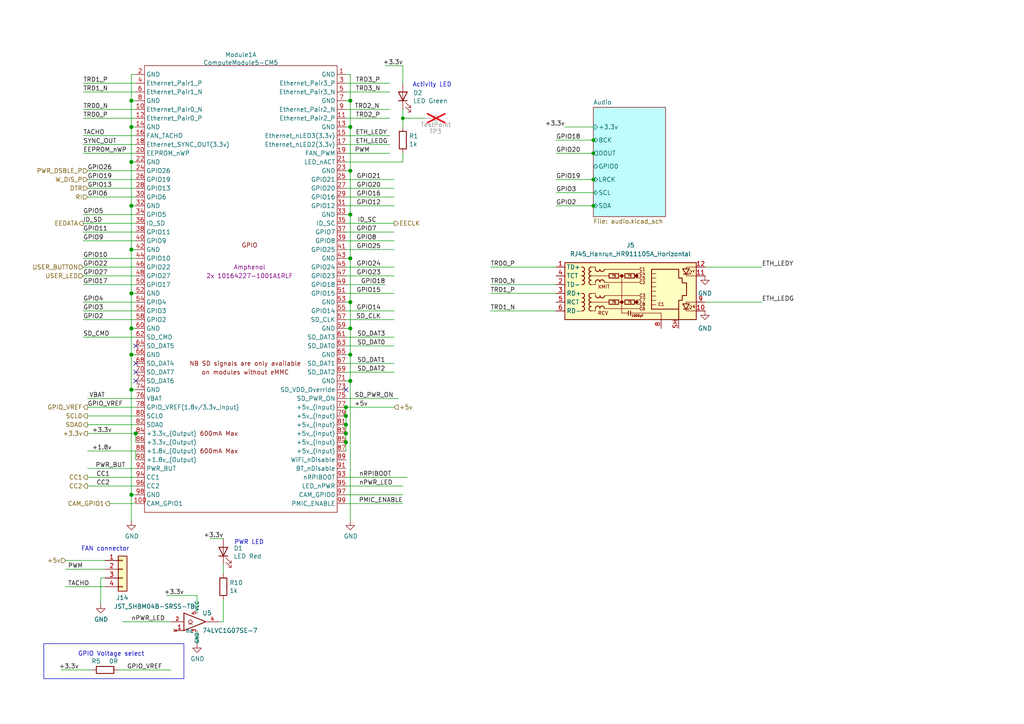
<source format=kicad_sch>
(kicad_sch (version 20250114) (generator "eeschema") (generator_version "9.0")
  (paper "A4")
  (title_block (title "Compute Module 5 IO Board") (rev "1") (company "E-SMART SOLUTIONS") (comment 1 "Mostafa Bakir"))
  (lib_symbols
    (symbol "CM5IO:74LVC1G07_copy"
      (property "Reference" "U" (at -2.54 3.81 0))
      (property "Value" "74LVC1G07_copy" (at 0 -3.81 0))
      (symbol "74LVC1G07_copy_1_1"
        (pin input line (at -7.62 0 0) (length 3.81) (name "~") (number "2"))
        (pin no_connect line (at -6.35 -2.54 0) (length 2.54) (name "nc") (number "1"))
        (pin power_in line (at 0 2.54 90) (length 0) (name "VCC") (number "5"))
        (pin power_in line (at 0 -2.54 270) (length 0) (name "GND") (number "3"))
        (pin open_collector line (at 6.35 0 180) (length 3.81) (name "~") (number "4"))
      )
    )
    (symbol "CM5IO:ComputeModule5-CM5"
      (property "Reference" "Module" (at 113.03 -68.58 0))
      (property "Value" "ComputeModule5-CM5" (at 140.97 2.54 0))
      (property "Field4" "Amphenol" (at 0 0 0))
      (property "Field5" "2x 10164227-1001A1RLF" (at 0 -2.54 0))
      (symbol "ComputeModule5-CM5_1_0"
        (text "GPIO" (at 0 6.35 0) (effects (font (size 1.27 1.27))))
      )
      (symbol "ComputeModule5-CM5_1_1"
        (text "600mA Max" (at -8.89 -48.26 0) (effects (font (size 1.27 1.27))))
        (text "600mA Max" (at -8.89 -53.34 0) (effects (font (size 1.27 1.27))))
        (text "NB SD signals are only available" (at -1.27 -27.94 0) (effects (font (size 1.27 1.27))))
        (text "on modules without eMMC" (at -1.27 -30.48 0) (effects (font (size 1.27 1.27))))
        (pin power_in line (at -33.02 55.88 0) (length 2.54) (name "GND") (number "2"))
        (pin passive line (at -33.02 53.34 0) (length 2.54) (name "Ethernet_Pair1_P") (number "4"))
        (pin passive line (at -33.02 50.8 0) (length 2.54) (name "Ethernet_Pair1_N") (number "6"))
        (pin power_in line (at -33.02 48.26 0) (length 2.54) (name "GND") (number "8"))
        (pin passive line (at -33.02 45.72 0) (length 2.54) (name "Ethernet_Pair0_N") (number "10"))
        (pin passive line (at -33.02 43.18 0) (length 2.54) (name "Ethernet_Pair0_P") (number "12"))
        (pin power_in line (at -33.02 40.64 0) (length 2.54) (name "GND") (number "14"))
        (pin input line (at -33.02 38.1 0) (length 2.54) (name "FAN_TACHO") (number "16"))
        (pin input line (at -33.02 35.56 0) (length 2.54) (name "Ethernet_SYNC_OUT(3.3v)") (number "18"))
        (pin passive line (at -33.02 33.02 0) (length 2.54) (name "EEPROM_nWP") (number "20"))
        (pin power_in line (at -33.02 30.48 0) (length 2.54) (name "GND") (number "22"))
        (pin passive line (at -33.02 27.94 0) (length 2.54) (name "GPIO26") (number "24"))
        (pin passive line (at -33.02 25.4 0) (length 2.54) (name "GPIO19") (number "26"))
        (pin passive line (at -33.02 22.86 0) (length 2.54) (name "GPIO13") (number "28"))
        (pin passive line (at -33.02 20.32 0) (length 2.54) (name "GPIO6") (number "30"))
        (pin power_in line (at -33.02 17.78 0) (length 2.54) (name "GND") (number "32"))
        (pin passive line (at -33.02 15.24 0) (length 2.54) (name "GPIO5") (number "34"))
        (pin passive line (at -33.02 12.7 0) (length 2.54) (name "ID_SD") (number "36"))
        (pin passive line (at -33.02 10.16 0) (length 2.54) (name "GPIO11") (number "38"))
        (pin passive line (at -33.02 7.62 0) (length 2.54) (name "GPIO9") (number "40"))
        (pin power_in line (at -33.02 5.08 0) (length 2.54) (name "GND") (number "42"))
        (pin passive line (at -33.02 2.54 0) (length 2.54) (name "GPIO10") (number "44"))
        (pin passive line (at -33.02 0 0) (length 2.54) (name "GPIO22") (number "46"))
        (pin passive line (at -33.02 -2.54 0) (length 2.54) (name "GPIO27") (number "48"))
        (pin passive line (at -33.02 -5.08 0) (length 2.54) (name "GPIO17") (number "50"))
        (pin power_in line (at -33.02 -7.62 0) (length 2.54) (name "GND") (number "52"))
        (pin passive line (at -33.02 -10.16 0) (length 2.54) (name "GPIO4") (number "54"))
        (pin passive line (at -33.02 -12.7 0) (length 2.54) (name "GPIO3") (number "56"))
        (pin passive line (at -33.02 -15.24 0) (length 2.54) (name "GPIO2") (number "58"))
        (pin power_in line (at -33.02 -17.78 0) (length 2.54) (name "GND") (number "60"))
        (pin passive line (at -33.02 -20.32 0) (length 2.54) (name "SD_CMD") (number "62"))
        (pin passive line (at -33.02 -22.86 0) (length 2.54) (name "SD_DAT5") (number "64"))
        (pin power_in line (at -33.02 -25.4 0) (length 2.54) (name "GND") (number "66"))
        (pin passive line (at -33.02 -27.94 0) (length 2.54) (name "SD_DAT4") (number "68"))
        (pin passive line (at -33.02 -30.48 0) (length 2.54) (name "SD_DAT7") (number "70"))
        (pin passive line (at -33.02 -33.02 0) (length 2.54) (name "SD_DAT6") (number "72"))
        (pin power_in line (at -33.02 -35.56 0) (length 2.54) (name "GND") (number "74"))
        (pin passive line (at -33.02 -38.1 0) (length 2.54) (name "VBAT") (number "76"))
        (pin power_in line (at -33.02 -40.64 0) (length 2.54) (name "GPIO_VREF(1.8v/3.3v_Input)") (number "78"))
        (pin passive line (at -33.02 -43.18 0) (length 2.54) (name "SCL0") (number "80"))
        (pin passive line (at -33.02 -45.72 0) (length 2.54) (name "SDA0") (number "82"))
        (pin power_out line (at -33.02 -48.26 0) (length 2.54) (name "+3.3v_(Output)") (number "84"))
        (pin passive line (at -33.02 -50.8 0) (length 2.54) (name "+3.3v_(Output)") (number "86"))
        (pin power_out line (at -33.02 -53.34 0) (length 2.54) (name "+1.8v_(Output)") (number "88"))
        (pin passive line (at -33.02 -55.88 0) (length 2.54) (name "+1.8v_(Output)") (number "90"))
        (pin passive line (at -33.02 -58.42 0) (length 2.54) (name "PWR_BUT") (number "92"))
        (pin passive line (at -33.02 -60.96 0) (length 2.54) (name "CC1") (number "94"))
        (pin passive line (at -33.02 -63.5 0) (length 2.54) (name "CC2") (number "96"))
        (pin power_in line (at -33.02 -66.04 0) (length 2.54) (name "GND") (number "98"))
        (pin passive line (at -33.02 -68.58 0) (length 2.54) (name "CAM_GPIO1") (number "100"))
        (pin power_in line (at 27.94 55.88 180) (length 2.54) (name "GND") (number "1"))
        (pin passive line (at 27.94 53.34 180) (length 2.54) (name "Ethernet_Pair3_P") (number "3"))
        (pin passive line (at 27.94 50.8 180) (length 2.54) (name "Ethernet_Pair3_N") (number "5"))
        (pin power_in line (at 27.94 48.26 180) (length 2.54) (name "GND") (number "7"))
        (pin passive line (at 27.94 45.72 180) (length 2.54) (name "Ethernet_Pair2_N") (number "9"))
        (pin passive line (at 27.94 43.18 180) (length 2.54) (name "Ethernet_Pair2_P") (number "11"))
        (pin power_in line (at 27.94 40.64 180) (length 2.54) (name "GND") (number "13"))
        (pin output line (at 27.94 38.1 180) (length 2.54) (name "Ethernet_nLED3(3.3v)") (number "15"))
        (pin output line (at 27.94 35.56 180) (length 2.54) (name "Ethernet_nLED2(3.3v)") (number "17"))
        (pin output line (at 27.94 33.02 180) (length 2.54) (name "FAN_PWM") (number "19"))
        (pin open_collector line (at 27.94 30.48 180) (length 2.54) (name "LED_nACT") (number "21"))
        (pin power_in line (at 27.94 27.94 180) (length 2.54) (name "GND") (number "23"))
        (pin passive line (at 27.94 25.4 180) (length 2.54) (name "GPIO21") (number "25"))
        (pin passive line (at 27.94 22.86 180) (length 2.54) (name "GPIO20") (number "27"))
        (pin passive line (at 27.94 20.32 180) (length 2.54) (name "GPIO16") (number "29"))
        (pin passive line (at 27.94 17.78 180) (length 2.54) (name "GPIO12") (number "31"))
        (pin power_in line (at 27.94 15.24 180) (length 2.54) (name "GND") (number "33"))
        (pin passive line (at 27.94 12.7 180) (length 2.54) (name "ID_SC") (number "35"))
        (pin passive line (at 27.94 10.16 180) (length 2.54) (name "GPIO7") (number "37"))
        (pin passive line (at 27.94 7.62 180) (length 2.54) (name "GPIO8") (number "39"))
        (pin passive line (at 27.94 5.08 180) (length 2.54) (name "GPIO25") (number "41"))
        (pin power_in line (at 27.94 2.54 180) (length 2.54) (name "GND") (number "43"))
        (pin passive line (at 27.94 0 180) (length 2.54) (name "GPIO24") (number "45"))
        (pin passive line (at 27.94 -2.54 180) (length 2.54) (name "GPIO23") (number "47"))
        (pin passive line (at 27.94 -5.08 180) (length 2.54) (name "GPIO18") (number "49"))
        (pin passive line (at 27.94 -7.62 180) (length 2.54) (name "GPIO15") (number "51"))
        (pin power_in line (at 27.94 -10.16 180) (length 2.54) (name "GND") (number "53"))
        (pin passive line (at 27.94 -12.7 180) (length 2.54) (name "GPIO14") (number "55"))
        (pin passive line (at 27.94 -15.24 180) (length 2.54) (name "SD_CLK") (number "57"))
        (pin power_in line (at 27.94 -17.78 180) (length 2.54) (name "GND") (number "59"))
        (pin passive line (at 27.94 -20.32 180) (length 2.54) (name "SD_DAT3") (number "61"))
        (pin passive line (at 27.94 -22.86 180) (length 2.54) (name "SD_DAT0") (number "63"))
        (pin power_in line (at 27.94 -25.4 180) (length 2.54) (name "GND") (number "65"))
        (pin passive line (at 27.94 -27.94 180) (length 2.54) (name "SD_DAT1") (number "67"))
        (pin passive line (at 27.94 -30.48 180) (length 2.54) (name "SD_DAT2") (number "69"))
        (pin power_in line (at 27.94 -33.02 180) (length 2.54) (name "GND") (number "71"))
        (pin input line (at 27.94 -35.56 180) (length 2.54) (name "SD_VDD_Override") (number "73"))
        (pin output line (at 27.94 -38.1 180) (length 2.54) (name "SD_PWR_ON") (number "75"))
        (pin power_in line (at 27.94 -40.64 180) (length 2.54) (name "+5v_(Input)") (number "77"))
        (pin power_in line (at 27.94 -43.18 180) (length 2.54) (name "+5v_(Input)") (number "79"))
        (pin power_in line (at 27.94 -45.72 180) (length 2.54) (name "+5v_(Input)") (number "81"))
        (pin power_in line (at 27.94 -48.26 180) (length 2.54) (name "+5v_(Input)") (number "83"))
        (pin power_in line (at 27.94 -50.8 180) (length 2.54) (name "+5v_(Input)") (number "85"))
        (pin power_in line (at 27.94 -53.34 180) (length 2.54) (name "+5v_(Input)") (number "87"))
        (pin input line (at 27.94 -55.88 180) (length 2.54) (name "WiFi_nDisable") (number "89"))
        (pin input line (at 27.94 -58.42 180) (length 2.54) (name "BT_nDisable") (number "91"))
        (pin input line (at 27.94 -60.96 180) (length 2.54) (name "nRPIBOOT") (number "93"))
        (pin output line (at 27.94 -63.5 180) (length 2.54) (name "LED_nPWR") (number "95"))
        (pin passive line (at 27.94 -66.04 180) (length 2.54) (name "CAM_GPIO0") (number "97"))
        (pin input line (at 27.94 -68.58 180) (length 2.54) (name "PMIC_ENABLE") (number "99"))
      )
      (symbol "ComputeModule5-CM5_2_1"
        (text "High Speed Serial" (at 140.97 0 0) (effects (font (size 1.27 1.27))))
        (pin input line (at 109.22 60.96 0) (length 5.08) (name "PCIe_nCLKREQ") (number "102"))
        (pin input line (at 109.22 58.42 0) (length 5.08) (name "PCIE_nWAKE") (number "104"))
        (pin output line (at 109.22 55.88 0) (length 5.08) (name "PCIE_PWR_EN") (number "106"))
        (pin power_in line (at 109.22 53.34 0) (length 5.08) (name "GND") (number "108"))
        (pin output line (at 109.22 50.8 0) (length 5.08) (name "PCIe_CLK_P") (number "110"))
        (pin output line (at 109.22 48.26 0) (length 5.08) (name "PCIe_CLK_N") (number "112"))
        (pin power_in line (at 109.22 45.72 0) (length 5.08) (name "GND") (number "114"))
        (pin input line (at 109.22 43.18 0) (length 5.08) (name "PCIe_RX_P") (number "116"))
        (pin input line (at 109.22 40.64 0) (length 5.08) (name "PCIe_RX_N") (number "118"))
        (pin power_in line (at 109.22 38.1 0) (length 5.08) (name "GND") (number "120"))
        (pin output line (at 109.22 35.56 0) (length 5.08) (name "PCIe_TX_P") (number "122"))
        (pin output line (at 109.22 33.02 0) (length 5.08) (name "PCIe_TX_N") (number "124"))
        (pin power_in line (at 109.22 30.48 0) (length 5.08) (name "GND") (number "126"))
        (pin input line (at 109.22 27.94 0) (length 5.08) (name "USB3-0-RX_N") (number "128"))
        (pin input line (at 109.22 25.4 0) (length 5.08) (name "USB3-0-RX_P") (number "130"))
        (pin power_in line (at 109.22 22.86 0) (length 5.08) (name "GND") (number "132"))
        (pin passive line (at 109.22 20.32 0) (length 5.08) (name "USB3-0-D_P") (number "134"))
        (pin passive line (at 109.22 17.78 0) (length 5.08) (name "USB3-0-D_N") (number "136"))
        (pin power_in line (at 109.22 15.24 0) (length 5.08) (name "GND") (number "138"))
        (pin output line (at 109.22 12.7 0) (length 5.08) (name "USB3-0-TX_N") (number "140"))
        (pin output line (at 109.22 10.16 0) (length 5.08) (name "USB3-0-TX_P") (number "142"))
        (pin power_in line (at 109.22 7.62 0) (length 5.08) (name "GND") (number "144"))
        (pin output line (at 109.22 5.08 0) (length 5.08) (name "HDMI1_TX2_P") (number "146"))
        (pin output line (at 109.22 2.54 0) (length 5.08) (name "HDMI1_TX2_N") (number "148"))
        (pin power_in line (at 109.22 0 0) (length 5.08) (name "GND") (number "150"))
        (pin output line (at 109.22 -2.54 0) (length 5.08) (name "HDMI1_TX1_P") (number "152"))
        (pin output line (at 109.22 -5.08 0) (length 5.08) (name "HDMI1_TX1_N") (number "154"))
        (pin power_in line (at 109.22 -7.62 0) (length 5.08) (name "GND") (number "156"))
        (pin output line (at 109.22 -10.16 0) (length 5.08) (name "HDMI1_TX0_P") (number "158"))
        (pin output line (at 109.22 -12.7 0) (length 5.08) (name "HDMI1_TX0_N") (number "160"))
        (pin power_in line (at 109.22 -15.24 0) (length 5.08) (name "GND") (number "162"))
        (pin output line (at 109.22 -17.78 0) (length 5.08) (name "HDMI1_CLK_P") (number "164"))
        (pin output line (at 109.22 -20.32 0) (length 5.08) (name "HDMI1_CLK_N") (number "166"))
        (pin power_in line (at 109.22 -22.86 0) (length 5.08) (name "GND") (number "168"))
        (pin output line (at 109.22 -25.4 0) (length 5.08) (name "HDMI0_TX2_P") (number "170"))
        (pin output line (at 109.22 -27.94 0) (length 5.08) (name "HDMI0_TX2_N") (number "172"))
        (pin power_in line (at 109.22 -30.48 0) (length 5.08) (name "GND") (number "174"))
        (pin output line (at 109.22 -33.02 0) (length 5.08) (name "HDMI0_TX1_P") (number "176"))
        (pin output line (at 109.22 -35.56 0) (length 5.08) (name "HDMI0_TX1_N") (number "178"))
        (pin power_in line (at 109.22 -38.1 0) (length 5.08) (name "GND") (number "180"))
        (pin output line (at 109.22 -40.64 0) (length 5.08) (name "HDMI0_TX0_P") (number "182"))
        (pin output line (at 109.22 -43.18 0) (length 5.08) (name "HDMI0_TX0_N") (number "184"))
        (pin power_in line (at 109.22 -45.72 0) (length 5.08) (name "GND") (number "186"))
        (pin output line (at 109.22 -48.26 0) (length 5.08) (name "HDMI0_CLK_P") (number "188"))
        (pin output line (at 109.22 -50.8 0) (length 5.08) (name "HDMI0_CLK_N") (number "190"))
        (pin power_in line (at 109.22 -53.34 0) (length 5.08) (name "GND") (number "192"))
        (pin output line (at 109.22 -55.88 0) (length 5.08) (name "MIPI1_D3_N") (number "194"))
        (pin output line (at 109.22 -58.42 0) (length 5.08) (name "MIPI1_D3_P") (number "196"))
        (pin power_in line (at 109.22 -60.96 0) (length 5.08) (name "GND") (number "198"))
        (pin open_collector line (at 109.22 -63.5 0) (length 5.08) (name "HDMI0_SCL") (number "200"))
        (pin input line (at 170.18 60.96 180) (length 5.08) (name "USB_OTG_ID") (number "101"))
        (pin passive line (at 170.18 58.42 180) (length 5.08) (name "USB2_N") (number "103"))
        (pin passive line (at 170.18 55.88 180) (length 5.08) (name "USB2_P") (number "105"))
        (pin power_in line (at 170.18 53.34 180) (length 5.08) (name "GND") (number "107"))
        (pin output line (at 170.18 50.8 180) (length 5.08) (name "PCIe_nRST") (number "109"))
        (pin output line (at 170.18 48.26 180) (length 5.08) (name "VBUS_EN") (number "111"))
        (pin power_in line (at 170.18 45.72 180) (length 5.08) (name "GND") (number "113"))
        (pin input line (at 170.18 43.18 180) (length 5.08) (name "MIPI0_D0_N") (number "115"))
        (pin input line (at 170.18 40.64 180) (length 5.08) (name "MIPI0_D0_P") (number "117"))
        (pin power_in line (at 170.18 38.1 180) (length 5.08) (name "GND") (number "119"))
        (pin input line (at 170.18 35.56 180) (length 5.08) (name "MIPI0_D1_N") (number "121"))
        (pin input line (at 170.18 33.02 180) (length 5.08) (name "MIPI0_D1_P") (number "123"))
        (pin power_in line (at 170.18 30.48 180) (length 5.08) (name "GND") (number "125"))
        (pin input line (at 170.18 27.94 180) (length 5.08) (name "MIPI0_C_N") (number "127"))
        (pin input line (at 170.18 25.4 180) (length 5.08) (name "MIPI0_C_P") (number "129"))
        (pin power_in line (at 170.18 22.86 180) (length 5.08) (name "GND") (number "131"))
        (pin input line (at 170.18 20.32 180) (length 5.08) (name "MIPI0_D2_N") (number "133"))
        (pin input line (at 170.18 17.78 180) (length 5.08) (name "MIPI0_D2_P") (number "135"))
        (pin power_in line (at 170.18 15.24 180) (length 5.08) (name "GND") (number "137"))
        (pin input line (at 170.18 12.7 180) (length 5.08) (name "MIPI0_D3_N") (number "139"))
        (pin input line (at 170.18 10.16 180) (length 5.08) (name "MIPI0_D3_P") (number "141"))
        (pin input line (at 170.18 7.62 180) (length 5.08) (name "HDMI1_HOTPLUG") (number "143"))
        (pin bidirectional line (at 170.18 5.08 180) (length 5.08) (name "HDMI1_SDA") (number "145"))
        (pin open_collector line (at 170.18 2.54 180) (length 5.08) (name "HDMI1_SCL") (number "147"))
        (pin open_collector line (at 170.18 0 180) (length 5.08) (name "HDMI1_CEC") (number "149"))
        (pin open_collector line (at 170.18 -2.54 180) (length 5.08) (name "HDMI0_CEC") (number "151"))
        (pin input line (at 170.18 -5.08 180) (length 5.08) (name "HDMI0_HOTPLUG") (number "153"))
        (pin power_in line (at 170.18 -7.62 180) (length 5.08) (name "GND") (number "155"))
        (pin input line (at 170.18 -10.16 180) (length 5.08) (name "USB3-1-RX_N") (number "157"))
        (pin input line (at 170.18 -12.7 180) (length 5.08) (name "USB3-1-RX_P") (number "159"))
        (pin power_in line (at 170.18 -15.24 180) (length 5.08) (name "GND") (number "161"))
        (pin passive line (at 170.18 -17.78 180) (length 5.08) (name "USB3-1-D_P") (number "163"))
        (pin passive line (at 170.18 -20.32 180) (length 5.08) (name "USB3-1-D_N") (number "165"))
        (pin power_in line (at 170.18 -22.86 180) (length 5.08) (name "GND") (number "167"))
        (pin output line (at 170.18 -25.4 180) (length 5.08) (name "USB3-1-TX_N") (number "169"))
        (pin output line (at 170.18 -27.94 180) (length 5.08) (name "USB3-1-TX_P") (number "171"))
        (pin power_in line (at 170.18 -30.48 180) (length 5.08) (name "GND") (number "173"))
        (pin output line (at 170.18 -33.02 180) (length 5.08) (name "MIPI1_D0_N") (number "175"))
        (pin output line (at 170.18 -35.56 180) (length 5.08) (name "MIPI1_D0_P") (number "177"))
        (pin power_in line (at 170.18 -38.1 180) (length 5.08) (name "GND") (number "179"))
        (pin output line (at 170.18 -40.64 180) (length 5.08) (name "MIPI1_D1_N") (number "181"))
        (pin output line (at 170.18 -43.18 180) (length 5.08) (name "MIPI1_D1_P") (number "183"))
        (pin power_in line (at 170.18 -45.72 180) (length 5.08) (name "GND") (number "185"))
        (pin output line (at 170.18 -48.26 180) (length 5.08) (name "MIPI1_C_N") (number "187"))
        (pin output line (at 170.18 -50.8 180) (length 5.08) (name "MIPI1_C_P") (number "189"))
        (pin power_in line (at 170.18 -53.34 180) (length 5.08) (name "GND") (number "191"))
        (pin output line (at 170.18 -55.88 180) (length 5.08) (name "MIPI1_D2_N") (number "193"))
        (pin output line (at 170.18 -58.42 180) (length 5.08) (name "MIPI1_D2_P") (number "195"))
        (pin power_in line (at 170.18 -60.96 180) (length 5.08) (name "GND") (number "197"))
        (pin bidirectional line (at 170.18 -63.5 180) (length 5.08) (name "HDMI0_SDA") (number "199"))
      )
    )
    (symbol "Connector:RJ45_Hanrun_HR911105A_Horizontal"
      (property "Reference" "J" (at 18.415 10.16 0))
      (property "Value" "RJ45_Hanrun_HR911105A_Horizontal" (at -19.05 10.16 0))
      (symbol "RJ45_Hanrun_HR911105A_Horizontal_0_0"
        (text "XMIT" (at -8.255 1.905 0) (effects (font (size 1.016 1.016)) (justify left)))
        (text "RCV" (at -8.255 -5.715 0) (effects (font (size 1.016 1.016)) (justify left)))
        (text "C1" (at 4.699 6.985 0) (effects (font (size 0.889 0.889))))
        (text "C4" (at 4.699 5.715 0) (effects (font (size 0.889 0.889))))
        (text "C5" (at 4.699 4.445 0) (effects (font (size 0.889 0.889))))
        (text "C2" (at 4.699 3.175 0) (effects (font (size 0.889 0.889))))
        (text "C3" (at 4.699 -0.635 0) (effects (font (size 0.889 0.889))))
        (text "C7" (at 4.699 -1.905 0) (effects (font (size 0.889 0.889))))
        (text "C8" (at 4.699 -3.175 0) (effects (font (size 0.889 0.889))))
        (text "C6" (at 4.699 -4.445 0) (effects (font (size 0.889 0.889))))
        (text "C1" (at 10.16 -3.175 0) (effects (font (size 0.889 0.889))))
      )
      (symbol "RJ45_Hanrun_HR911105A_Horizontal_1_0"
        (text "1000pF" (at 3.302 -6.477 0) (effects (font (size 0.635 0.635))))
      )
      (symbol "RJ45_Hanrun_HR911105A_Horizontal_1_1"
        (text "75" (at -3.556 5.08 0) (effects (font (size 0.635 0.635))))
        (text "75" (at -3.556 -2.54 0) (effects (font (size 0.635 0.635))))
        (text "75" (at 1.016 5.08 0) (effects (font (size 0.635 0.635))))
        (text "75" (at 1.016 -2.54 0) (effects (font (size 0.635 0.635))))
        (text "Y" (at 19.558 6.35 0) (effects (font (size 0.635 0.635))))
        (text "G" (at 19.685 -3.81 0) (effects (font (size 0.635 0.635))))
        (pin passive line (at -20.32 7.62 0) (length 2.54) (name "TD+") (number "1"))
        (pin passive line (at -20.32 5.08 0) (length 2.54) (name "TCT") (number "4"))
        (pin passive line (at -20.32 2.54 0) (length 2.54) (name "TD-") (number "2"))
        (pin passive line (at -20.32 0 0) (length 2.54) (name "RD+") (number "3"))
        (pin passive line (at -20.32 -2.54 0) (length 2.54) (name "RCT") (number "5"))
        (pin passive line (at -20.32 -5.08 0) (length 2.54) (name "RD-") (number "6"))
        (pin power_in line (at 10.16 -10.16 90) (length 2.54) (name "") (number "8"))
        (pin passive line (at 15.24 -10.16 90) (length 2.54) (name "") (number "SH"))
        (pin no_connect line (at 20.32 0 0) (length 0) (hide yes) (name "NC") (number "7"))
        (pin passive line (at 22.86 7.62 180) (length 2.54) (name "") (number "12"))
        (pin passive line (at 22.86 5.08 180) (length 2.54) (name "") (number "11"))
        (pin passive line (at 22.86 -2.54 180) (length 2.54) (name "") (number "9"))
        (pin passive line (at 22.86 -5.08 180) (length 2.54) (name "") (number "10"))
      )
    )
    (symbol "Connector:TestPoint" (pin_numbers (hide yes)) (pin_names (offset 0.762) (hide yes))
      (property "Reference" "TP" (at 0 6.858 0))
      (property "Value" "TestPoint" (at 0 5.08 0))
      (symbol "TestPoint_1_1"
        (pin passive line (at 0 0 90) (length 2.54) (name "1") (number "1"))
      )
    )
    (symbol "Connector_Generic:Conn_01x04" (pin_names (offset 1.016) (hide yes))
      (property "Reference" "J" (at 0 5.08 0))
      (property "Value" "Conn_01x04" (at 0 -7.62 0))
      (symbol "Conn_01x04_1_1"
        (pin passive line (at -5.08 2.54 0) (length 3.81) (name "Pin_1") (number "1"))
        (pin passive line (at -5.08 0 0) (length 3.81) (name "Pin_2") (number "2"))
        (pin passive line (at -5.08 -2.54 0) (length 3.81) (name "Pin_3") (number "3"))
        (pin passive line (at -5.08 -5.08 0) (length 3.81) (name "Pin_4") (number "4"))
      )
    )
    (symbol "Device:LED" (pin_numbers (hide yes)) (pin_names (offset 1.016) (hide yes))
      (property "Reference" "D" (at 0 2.54 0))
      (property "Value" "LED" (at 0 -2.54 0))
      (symbol "LED_1_1"
        (pin passive line (at -3.81 0 0) (length 2.54) (name "K") (number "1"))
        (pin passive line (at 3.81 0 180) (length 2.54) (name "A") (number "2"))
      )
    )
    (symbol "Device:R" (pin_numbers (hide yes)) (pin_names (offset 0))
      (property "Reference" "R" (at 2.032 0 90))
      (property "Value" "R" (at 0 0 90))
      (symbol "R_1_1"
        (pin passive line (at 0 3.81 270) (length 1.27) (name "~") (number "1"))
        (pin passive line (at 0 -3.81 90) (length 1.27) (name "~") (number "2"))
      )
    )
    (symbol "LED_1" (pin_numbers (hide yes)) (pin_names (offset 1.016) (hide yes))
      (property "Reference" "D" (at 0 2.54 0))
      (property "Value" "LED" (at 0 -2.54 0))
      (symbol "LED_1_1_1"
        (pin passive line (at -3.81 0 0) (length 2.54) (name "K") (number "1"))
        (pin passive line (at 3.81 0 180) (length 2.54) (name "A") (number "2"))
      )
    )
    (symbol "power:GND" (power) (pin_numbers (hide yes)) (pin_names (offset 0) (hide yes))
      (property "Value" "GND" (at 0 -3.81 0))
      (symbol "GND_1_1"
        (pin power_in line (at 0 0 270) (length 0) (name "~") (number "1"))
      )
    )
  )
  (text "Activity LED" (at 119.634 25.4 0) (effects (font (size 1.27 1.27)) (justify left bottom)))
  (text "FAN connector\n" (at 23.495 160.02 0) (effects (font (size 1.27 1.27)) (justify left bottom)))
  (text "GPIO Voltage select\n" (at 41.91 190.5 0) (effects (font (size 1.27 1.27)) (justify right bottom)))
  (text "PWR LED" (at 67.945 158.115 0) (effects (font (size 1.27 1.27)) (justify left bottom)))
  (junction (at 101.6 36.83) (diameter 1.016))
  (junction (at 101.6 29.21) (diameter 1.016))
  (junction (at 101.6 102.87) (diameter 1.016))
  (junction (at 38.1 113.03) (diameter 1.016))
  (junction (at 172.085 40.64))
  (junction (at 38.1 46.99) (diameter 1.016))
  (junction (at 100.33 125.73) (diameter 1.016))
  (junction (at 38.1 72.39) (diameter 1.016))
  (junction (at 100.33 123.19) (diameter 1.016))
  (junction (at 38.1 143.51) (diameter 1.016))
  (junction (at 38.1 59.69) (diameter 1.016))
  (junction (at 101.6 62.23) (diameter 1.016))
  (junction (at 38.1 95.25) (diameter 1.016))
  (junction (at 100.33 118.11) (diameter 1.016))
  (junction (at 101.6 95.25) (diameter 1.016))
  (junction (at 101.6 87.63) (diameter 1.016))
  (junction (at 38.1 85.09) (diameter 1.016))
  (junction (at 100.33 120.65) (diameter 1.016))
  (junction (at 172.085 52.07))
  (junction (at 38.1 36.83) (diameter 1.016))
  (junction (at 39.37 125.73) (diameter 1.016))
  (junction (at 38.1 102.87) (diameter 1.016))
  (junction (at 38.1 29.21) (diameter 1.016))
  (junction (at 100.33 128.27) (diameter 1.016))
  (junction (at 116.84 34.29))
  (junction (at 172.085 44.45))
  (junction (at 101.6 110.49) (diameter 1.016))
  (junction (at 101.6 49.53) (diameter 1.016))
  (junction (at 172.085 59.69))
  (junction (at 101.6 74.93) (diameter 1.016))
  (no_connect (at 39.37 107.95))
  (no_connect (at 100.33 113.03))
  (no_connect (at 39.37 100.33))
  (no_connect (at 39.37 105.41))
  (no_connect (at 39.37 110.49))
  (wire (pts (xy 101.6 110.49) (xy 101.6 151.13)))
  (wire (pts (xy 172.085 44.45) (xy 161.29 44.45)))
  (wire (pts (xy 100.33 102.87) (xy 101.6 102.87)))
  (wire (pts (xy 24.13 90.17) (xy 39.37 90.17)))
  (wire (pts (xy 39.37 133.35) (xy 39.37 130.81)))
  (wire (pts (xy 24.13 44.45) (xy 39.37 44.45)))
  (wire (pts (xy 100.33 95.25) (xy 101.6 95.25)))
  (wire (pts (xy 101.6 102.87) (xy 101.6 110.49)))
  (wire (pts (xy 100.33 100.33) (xy 114.3 100.33)))
  (wire (pts (xy 39.37 128.27) (xy 39.37 125.73)))
  (wire (pts (xy 100.33 118.11) (xy 114.3 118.11)))
  (wire (pts (xy 101.6 36.83) (xy 101.6 49.53)))
  (polyline (pts (xy 53.34 186.69) (xy 53.34 196.85)) (stroke (width 0) (type solid)))
  (wire (pts (xy 24.13 92.71) (xy 39.37 92.71)))
  (wire (pts (xy 116.84 36.83) (xy 116.84 34.29)))
  (wire (pts (xy 24.13 31.75) (xy 39.37 31.75)))
  (wire (pts (xy 24.13 77.47) (xy 39.37 77.47)))
  (wire (pts (xy 100.33 29.21) (xy 101.6 29.21)))
  (wire (pts (xy 100.33 90.17) (xy 114.3 90.17)))
  (wire (pts (xy 161.29 52.07) (xy 172.085 52.07)))
  (wire (pts (xy 24.13 82.55) (xy 39.37 82.55)))
  (wire (pts (xy 172.085 40.64) (xy 161.29 40.64)))
  (wire (pts (xy 24.13 80.01) (xy 39.37 80.01)))
  (wire (pts (xy 100.33 34.29) (xy 113.03 34.29)))
  (wire (pts (xy 39.37 36.83) (xy 38.1 36.83)))
  (wire (pts (xy 100.33 44.45) (xy 113.03 44.45)))
  (wire (pts (xy 100.33 31.75) (xy 113.03 31.75)))
  (wire (pts (xy 24.13 67.31) (xy 39.37 67.31)))
  (wire (pts (xy 100.33 87.63) (xy 101.6 87.63)))
  (wire (pts (xy 24.13 39.37) (xy 39.37 39.37)))
  (wire (pts (xy 39.37 21.59) (xy 38.1 21.59)))
  (wire (pts (xy 101.6 21.59) (xy 101.6 29.21)))
  (wire (pts (xy 101.6 29.21) (xy 101.6 36.83)))
  (wire (pts (xy 38.1 143.51) (xy 38.1 151.13)))
  (wire (pts (xy 29.21 167.64) (xy 29.21 175.26)))
  (wire (pts (xy 57.15 182.88) (xy 57.15 186.69)))
  (wire (pts (xy 100.33 57.15) (xy 114.3 57.15)))
  (wire (pts (xy 161.29 55.88) (xy 172.72 55.88)))
  (wire (pts (xy 57.15 177.8) (xy 57.15 172.72)))
  (wire (pts (xy 100.33 143.51) (xy 116.84 143.51)))
  (wire (pts (xy 100.33 107.95) (xy 114.3 107.95)))
  (wire (pts (xy 100.33 80.01) (xy 114.3 80.01)))
  (wire (pts (xy 25.4 138.43) (xy 39.37 138.43)))
  (wire (pts (xy 101.6 95.25) (xy 101.6 102.87)))
  (wire (pts (xy 38.1 72.39) (xy 38.1 85.09)))
  (wire (pts (xy 101.6 49.53) (xy 101.6 62.23)))
  (wire (pts (xy 24.13 74.93) (xy 39.37 74.93)))
  (wire (pts (xy 100.33 140.97) (xy 116.84 140.97)))
  (wire (pts (xy 39.37 29.21) (xy 38.1 29.21)))
  (wire (pts (xy 25.4 140.97) (xy 39.37 140.97)))
  (wire (pts (xy 25.4 135.89) (xy 39.37 135.89)))
  (wire (pts (xy 100.33 128.27) (xy 100.33 130.81)))
  (wire (pts (xy 142.24 85.09) (xy 161.29 85.09)))
  (wire (pts (xy 163.83 36.83) (xy 172.72 36.83)))
  (wire (pts (xy 100.33 41.91) (xy 113.03 41.91)))
  (wire (pts (xy 100.33 115.57) (xy 115.57 115.57)))
  (wire (pts (xy 114.3 97.79) (xy 100.33 97.79)))
  (wire (pts (xy 24.13 26.67) (xy 39.37 26.67)))
  (wire (pts (xy 142.24 77.47) (xy 161.29 77.47)))
  (wire (pts (xy 25.4 49.53) (xy 39.37 49.53)))
  (wire (pts (xy 100.33 120.65) (xy 100.33 123.19)))
  (wire (pts (xy 100.33 74.93) (xy 101.6 74.93)))
  (wire (pts (xy 100.33 39.37) (xy 113.03 39.37)))
  (wire (pts (xy 204.47 77.47) (xy 220.98 77.47)))
  (polyline (pts (xy 13.97 186.69) (xy 53.34 186.69)) (stroke (width 0) (type solid)))
  (wire (pts (xy 161.29 90.17) (xy 142.24 90.17)))
  (wire (pts (xy 172.72 44.45) (xy 172.085 44.45)))
  (wire (pts (xy 100.33 138.43) (xy 118.11 138.43)))
  (wire (pts (xy 38.1 95.25) (xy 39.37 95.25)))
  (wire (pts (xy 38.1 102.87) (xy 38.1 113.03)))
  (wire (pts (xy 38.1 85.09) (xy 38.1 95.25)))
  (wire (pts (xy 31.75 146.05) (xy 39.37 146.05)))
  (wire (pts (xy 116.84 19.05) (xy 116.84 24.13)))
  (wire (pts (xy 116.84 34.29) (xy 116.84 31.75)))
  (wire (pts (xy 38.1 59.69) (xy 38.1 72.39)))
  (wire (pts (xy 38.1 113.03) (xy 39.37 113.03)))
  (wire (pts (xy 38.1 72.39) (xy 39.37 72.39)))
  (wire (pts (xy 25.4 54.61) (xy 39.37 54.61)))
  (wire (pts (xy 100.33 52.07) (xy 114.3 52.07)))
  (wire (pts (xy 25.4 130.81) (xy 39.37 130.81)))
  (wire (pts (xy 24.13 97.79) (xy 39.37 97.79)))
  (wire (pts (xy 24.13 24.13) (xy 39.37 24.13)))
  (wire (pts (xy 100.33 62.23) (xy 101.6 62.23)))
  (wire (pts (xy 100.33 24.13) (xy 113.03 24.13)))
  (wire (pts (xy 100.33 36.83) (xy 101.6 36.83)))
  (wire (pts (xy 38.1 95.25) (xy 38.1 102.87)))
  (wire (pts (xy 64.77 173.99) (xy 64.77 180.34)))
  (wire (pts (xy 39.37 143.51) (xy 38.1 143.51)))
  (wire (pts (xy 25.4 57.15) (xy 39.37 57.15)))
  (wire (pts (xy 25.4 123.19) (xy 39.37 123.19)))
  (wire (pts (xy 38.1 113.03) (xy 38.1 143.51)))
  (wire (pts (xy 57.15 172.72) (xy 48.26 172.72)))
  (wire (pts (xy 100.33 146.05) (xy 116.84 146.05)))
  (wire (pts (xy 100.33 64.77) (xy 114.3 64.77)))
  (wire (pts (xy 101.6 87.63) (xy 101.6 95.25)))
  (wire (pts (xy 30.48 167.64) (xy 29.21 167.64)))
  (wire (pts (xy 100.33 54.61) (xy 114.3 54.61)))
  (wire (pts (xy 116.84 46.99) (xy 116.84 44.45)))
  (wire (pts (xy 100.33 69.85) (xy 114.3 69.85)))
  (wire (pts (xy 114.3 105.41) (xy 100.33 105.41)))
  (wire (pts (xy 25.4 118.11) (xy 39.37 118.11)))
  (wire (pts (xy 172.085 59.69) (xy 172.72 59.69)))
  (wire (pts (xy 100.33 85.09) (xy 114.3 85.09)))
  (wire (pts (xy 19.05 165.1) (xy 30.48 165.1)))
  (wire (pts (xy 17.78 194.31) (xy 26.67 194.31)))
  (wire (pts (xy 24.13 34.29) (xy 39.37 34.29)))
  (wire (pts (xy 25.4 115.57) (xy 39.37 115.57)))
  (wire (pts (xy 25.4 125.73) (xy 39.37 125.73)))
  (wire (pts (xy 100.33 59.69) (xy 114.3 59.69)))
  (wire (pts (xy 19.05 170.18) (xy 30.48 170.18)))
  (wire (pts (xy 114.3 92.71) (xy 100.33 92.71)))
  (wire (pts (xy 100.33 67.31) (xy 114.3 67.31)))
  (wire (pts (xy 172.72 40.64) (xy 172.085 40.64)))
  (wire (pts (xy 24.13 64.77) (xy 39.37 64.77)))
  (wire (pts (xy 64.77 180.34) (xy 63.5 180.34)))
  (wire (pts (xy 25.4 120.65) (xy 39.37 120.65)))
  (wire (pts (xy 38.1 36.83) (xy 38.1 46.99)))
  (wire (pts (xy 100.33 46.99) (xy 116.84 46.99)))
  (polyline (pts (xy 12.7 196.85) (xy 12.7 186.69)) (stroke (width 0) (type solid)))
  (wire (pts (xy 34.29 194.31) (xy 49.53 194.31)))
  (wire (pts (xy 64.77 156.21) (xy 60.96 156.21)))
  (wire (pts (xy 142.24 82.55) (xy 161.29 82.55)))
  (wire (pts (xy 100.33 72.39) (xy 114.3 72.39)))
  (wire (pts (xy 38.1 29.21) (xy 38.1 36.83)))
  (wire (pts (xy 100.33 21.59) (xy 101.6 21.59)))
  (wire (pts (xy 100.33 110.49) (xy 101.6 110.49)))
  (wire (pts (xy 35.56 180.34) (xy 49.53 180.34)))
  (wire (pts (xy 24.13 69.85) (xy 39.37 69.85)))
  (wire (pts (xy 24.13 87.63) (xy 39.37 87.63)))
  (wire (pts (xy 100.33 118.11) (xy 100.33 120.65)))
  (wire (pts (xy 111.76 19.05) (xy 116.84 19.05)))
  (wire (pts (xy 100.33 49.53) (xy 101.6 49.53)))
  (wire (pts (xy 100.33 26.67) (xy 113.03 26.67)))
  (wire (pts (xy 24.13 62.23) (xy 39.37 62.23)))
  (wire (pts (xy 24.13 41.91) (xy 39.37 41.91)))
  (wire (pts (xy 101.6 74.93) (xy 101.6 87.63)))
  (polyline (pts (xy 13.97 186.69) (xy 12.7 186.69)) (stroke (width 0) (type solid)))
  (wire (pts (xy 100.33 123.19) (xy 100.33 125.73)))
  (wire (pts (xy 25.4 52.07) (xy 39.37 52.07)))
  (wire (pts (xy 38.1 46.99) (xy 39.37 46.99)))
  (wire (pts (xy 172.085 52.07) (xy 172.72 52.07)))
  (wire (pts (xy 38.1 21.59) (xy 38.1 29.21)))
  (wire (pts (xy 19.05 162.56) (xy 30.48 162.56)))
  (wire (pts (xy 38.1 85.09) (xy 39.37 85.09)))
  (wire (pts (xy 100.33 125.73) (xy 100.33 128.27)))
  (wire (pts (xy 100.33 77.47) (xy 114.3 77.47)))
  (wire (pts (xy 38.1 102.87) (xy 39.37 102.87)))
  (wire (pts (xy 38.1 59.69) (xy 39.37 59.69)))
  (polyline (pts (xy 53.34 196.85) (xy 13.97 196.85)) (stroke (width 0) (type solid)))
  (wire (pts (xy 64.77 163.83) (xy 64.77 166.37)))
  (wire (pts (xy 100.33 82.55) (xy 111.76 82.55)))
  (wire (pts (xy 116.84 34.29) (xy 123.19 34.29)))
  (wire (pts (xy 101.6 62.23) (xy 101.6 74.93)))
  (wire (pts (xy 38.1 46.99) (xy 38.1 59.69)))
  (wire (pts (xy 204.47 87.63) (xy 220.98 87.63)))
  (polyline (pts (xy 12.7 196.85) (xy 13.97 196.85)) (stroke (width 0) (type solid)))
  (wire (pts (xy 161.29 59.69) (xy 172.085 59.69)))
  (label "SD_DAT2" (at 111.76 107.95 180))
  (label "TRD0_N" (at 142.24 82.55 0))
  (label "GPIO5" (at 24.13 62.23 0))
  (label "TRD3_N" (at 103.124 26.67 0))
  (label "GPIO2" (at 24.13 92.71 0))
  (label "GPIO9" (at 24.13 69.85 0))
  (label "ETH_LEDG" (at 103.124 41.91 0))
  (label "SD_DAT1" (at 111.76 105.41 180))
  (label "GPIO10" (at 24.13 74.93 0))
  (label "TRD3_P" (at 103.124 24.13 0))
  (label "GPIO6" (at 25.4 57.15 0))
  (label "GPIO20" (at 110.49 54.61 180))
  (label "GPIO25" (at 110.49 72.39 180))
  (label "SD_DAT0" (at 111.76 100.33 180))
  (label "GPIO15" (at 110.49 85.09 180))
  (label "GPIO13" (at 25.4 54.61 0))
  (label "GPIO7" (at 109.22 67.31 180))
  (label "GPIO14" (at 110.49 90.17 180))
  (label "ETH_LEDY" (at 103.124 39.37 0))
  (label "SD_PWR_ON" (at 102.87 115.57 0))
  (label "PWM" (at 102.87 44.45 0))
  (label "GPIO4" (at 24.13 87.63 0))
  (label "GPIO2" (at 161.29 59.69 0))
  (label "TRD1_P" (at 24.13 24.13 0))
  (label "CC1" (at 27.94 138.43 0))
  (label "+3.3v" (at 116.84 19.05 180))
  (label "SD_DAT3" (at 111.76 97.79 180))
  (label "GPIO27" (at 24.13 80.01 0))
  (label "EEPROM_nWP" (at 24.13 44.45 0))
  (label "GPIO_VREF" (at 25.4 118.11 0))
  (label "GPIO21" (at 110.49 52.07 180))
  (label "GPIO23" (at 110.49 80.01 180))
  (label "TRD0_N" (at 24.13 31.75 0))
  (label "GPIO3" (at 161.29 55.88 0))
  (label "+1.8v" (at 26.67 130.81 0))
  (label "TRD0_P" (at 142.24 77.47 0))
  (label "ETH_LEDG" (at 220.98 87.63 0))
  (label "SD_CLK" (at 110.49 92.71 180))
  (label "GPIO16" (at 110.49 57.15 180))
  (label "GPIO12" (at 110.49 59.69 180))
  (label "+3.3v" (at 26.67 125.73 0))
  (label "PWM" (at 19.685 165.1 0))
  (label "GPIO8" (at 109.22 69.85 180))
  (label "GPIO17" (at 24.13 82.55 0))
  (label "SYNC_OUT" (at 24.13 41.91 0))
  (label "nPWR_LED" (at 38.1 180.34 0))
  (label "TRD1_P" (at 142.24 85.09 0))
  (label "TRD2_N" (at 102.87 31.75 0))
  (label "GPIO18" (at 161.29 40.64 0))
  (label "nPWR_LED" (at 104.14 140.97 0))
  (label "TRD0_P" (at 24.13 34.29 0))
  (label "+3.3v" (at 22.86 194.31 180))
  (label "+3.3v" (at 163.83 36.83 180))
  (label "GPIO26" (at 25.4 49.53 0))
  (label "TACHO" (at 19.685 170.18 0))
  (label "GPIO19" (at 161.29 52.07 0))
  (label "PWR_BUT" (at 27.686 135.89 0))
  (label "+3.3v" (at 53.34 172.72 180))
  (label "nRPIBOOT" (at 104.14 138.43 0))
  (label "GPIO11" (at 24.13 67.31 0))
  (label "ID_SD" (at 24.13 64.77 0))
  (label "TRD1_N" (at 24.13 26.67 0))
  (label "GPIO24" (at 110.49 77.47 180))
  (label "ETH_LEDY" (at 220.98 77.47 0))
  (label "GPIO20" (at 161.29 44.45 0))
  (label "VBAT" (at 30.48 115.57 180))
  (label "ID_SC" (at 109.22 64.77 180))
  (label "CC2" (at 27.94 140.97 0))
  (label "TACHO" (at 24.13 39.37 0))
  (label "+5v" (at 106.68 118.11 180))
  (label "SD_CMD" (at 24.13 97.79 0))
  (label "PMIC_ENABLE" (at 116.84 146.05 180))
  (label "+3.3v" (at 64.77 156.21 180))
  (label "TRD1_N" (at 142.24 90.17 0))
  (label "GPIO_VREF" (at 36.83 194.31 0))
  (label "GPIO18" (at 111.76 82.55 180))
  (label "TRD2_P" (at 103.124 34.29 0))
  (label "GPIO19" (at 25.4 52.07 0))
  (label "GPIO22" (at 24.13 77.47 0))
  (label "GPIO3" (at 24.13 90.17 0))
  (hierarchical_label "CC1" (shape output) (at 25.4 138.43 180))
  (hierarchical_label "EEDATA" (shape output) (at 24.13 64.77 180))
  (hierarchical_label "SDA0" (shape output) (at 25.4 123.19 180))
  (hierarchical_label "CAM_GPIO1" (shape output) (at 31.75 146.05 180))
  (hierarchical_label "PWR_DSBLE_P" (shape input) (at 25.4 49.53 180))
  (hierarchical_label "CC2" (shape output) (at 25.4 140.97 180))
  (hierarchical_label "RI" (shape input) (at 25.4 57.15 180))
  (hierarchical_label "+3.3v" (shape output) (at 25.4 125.73 180))
  (hierarchical_label "GPIO_VREF" (shape output) (at 25.4 118.11 180))
  (hierarchical_label "W_DIS_P" (shape input) (at 25.4 52.07 180))
  (hierarchical_label "EECLK" (shape output) (at 114.3 64.77 0))
  (hierarchical_label "DTR" (shape input) (at 25.4 54.61 180))
  (hierarchical_label "SCL0" (shape output) (at 25.4 120.65 180))
  (hierarchical_label "+5v" (shape input) (at 19.05 162.56 180))
  (hierarchical_label "USER_BUTTON" (shape input) (at 24.13 77.47 180))
  (hierarchical_label "USER_LED" (shape input) (at 24.13 80.01 180))
  (hierarchical_label "+5v" (shape input) (at 114.3 118.11 0))
  (symbol (lib_id "CM5IO:74LVC1G07_copy") (at 57.15 180.34 0) (unit 1)
    (property "Reference" "U5" (at 58.674 177.8 0) (effects (justify left)))
    (property "Value" "74LVC1G07SE-7" (at 58.674 182.88 0) (effects (justify left)))
    (property "Footprint" "Package_TO_SOT_SMD:SOT-353_SC-70-5" (effects (hide yes)))
    (property "Datasheet" "https://www.diodes.com/assets/Datasheets/74LVC1G07.pdf" (effects (hide yes)))
    (property "Field4" "Farnell" (effects (hide yes)))
    (property "Field5" "2425492" (effects (hide yes)))
    (property "Field6" "74LVC1G07SE-7" (effects (hide yes)))
    (property "Field7" "Diodes" (effects (hide yes)))
    (property "Part Description" "Buffer, Non-Inverting 1 Element 1 Bit per Element Open Drain Output SOT-353" (effects (hide yes)))
    (property "LCSC" "C5138996" (effects (hide yes)))
  )
  (symbol (lib_id "CM5IO:ComputeModule5-CM5") (at 72.39 77.47 0) (unit 1)
    (property "Reference" "Module1" (at 69.85 15.875 0))
    (property "Value" "ComputeModule5-CM5" (at 69.85 18.1864 0))
    (property "Footprint" "CM5IO:Raspberry-Pi-5-Compute-Module" (effects (hide yes)))
    (property "Description" "RaspberryPi Compute module 5" (effects (hide yes)))
    (property "Field4" "Amphenol" (at 72.39 77.47 0))
    (property "Field5" "2x 10164227-1001A1RLF" (at 72.39 80.01 0))
    (property "Field6" "2x 10164227-1001A1RLF" (effects (hide yes)))
    (property "Field7" "Hirose" (effects (hide yes)))
    (property "Part Description" "	100 Position Connector Receptacle, Center Strip Contacts Surface Mount Gold" (effects (hide yes)))
    (property "LCSC" "C6782225" (effects (hide yes)))
  )
  (symbol (lib_id "power:GND") (at 38.1 151.13 0) (unit 1)
    (property "Reference" "#PWR0104" (effects (hide yes)))
    (property "Value" "GND" (at 38.227 155.5242 0))
    (property "Description" "Power symbol creates a global label with name \"GND\" , ground" (effects (hide yes)))
  )
  (symbol (lib_id "power:GND") (at 101.6 151.13 0) (unit 1)
    (property "Reference" "#PWR0105" (effects (hide yes)))
    (property "Value" "GND" (at 101.727 155.5242 0))
    (property "Description" "Power symbol creates a global label with name \"GND\" , ground" (effects (hide yes)))
  )
  (symbol (lib_id "Device:LED") (at 116.84 27.94 90) (unit 1)
    (property "Reference" "D2" (at 119.8118 26.9494 90) (effects (justify right)))
    (property "Value" "LED Green" (at 119.8118 29.2608 90) (effects (justify right)))
    (property "Footprint" "LED_SMD:LED_0603_1608Metric" (effects (hide yes)))
    (property "Datasheet" "http://optoelectronics.liteon.com/upload/download/DS22-2000-226/LTST-S270KGKT.pdf" (effects (hide yes)))
    (property "Field4" "Digikey " (effects (hide yes)))
    (property "Field5" "LTST-S270KGKT" (effects (hide yes)))
    (property "Field6" "SML-A12M8TT86N" (effects (hide yes)))
    (property "Field7" "Rohm" (effects (hide yes)))
    (property "Field8" "650263301" (effects (hide yes)))
    (property "Part Description" "	Green 572nm LED Indication - Discrete 2.2V 2-SMD, No Lead" (effects (hide yes)))
  )
  (symbol (lib_id "Device:R") (at 116.84 40.64 0) (unit 1)
    (property "Reference" "R1" (at 118.618 39.4716 0) (effects (justify left)))
    (property "Value" "1k" (at 118.618 41.783 0) (effects (justify left)))
    (property "Footprint" "Resistor_SMD:R_0402_1005Metric" (effects (hide yes)))
    (property "Datasheet" "https://fscdn.rohm.com/en/products/databook/datasheet/passive/resistor/chip_resistor/mcr-e.pdf" (effects (hide yes)))
    (property "Field4" "Farnell" (effects (hide yes)))
    (property "Field5" "9239235" (effects (hide yes)))
    (property "Field7" "KOA EUROPE GMBH" (effects (hide yes)))
    (property "Field6" "RK73H1ETTP1001F" (effects (hide yes)))
    (property "Part Description" "Resistor 1K M1005 1% 63mW" (effects (hide yes)))
    (property "Field8" "125049511" (effects (hide yes)))
  )
  (symbol (lib_id "power:GND") (at 57.15 186.69 0) (unit 1)
    (property "Reference" "#PWR05" (effects (hide yes)))
    (property "Value" "GND" (at 57.277 191.0842 0))
    (property "Description" "Power symbol creates a global label with name \"GND\" , ground" (effects (hide yes)))
  )
  (symbol (lib_name "LED_1") (lib_id "Device:LED") (at 64.77 160.02 90) (unit 1)
    (property "Reference" "D1" (at 67.7418 159.0294 90) (effects (justify right)))
    (property "Value" "LED Red" (at 67.7418 161.3408 90) (effects (justify right)))
    (property "Footprint" "LED_SMD:LED_0603_1608Metric" (effects (hide yes)))
    (property "Datasheet" "http://optoelectronics.liteon.com/upload/download/DS22-2000-210/LTST-S270KRKT.pdf" (effects (hide yes)))
    (property "Field4" "Digikey " (effects (hide yes)))
    (property "Field5" "	LTST-S270KRKT" (effects (hide yes)))
    (property "Field6" "SML-A12U8TT86Q" (effects (hide yes)))
    (property "Field7" "Rohm" (effects (hide yes)))
    (property "Field8" "650295101" (effects (hide yes)))
    (property "Part Description" "	Red 620nm LED Indication - Discrete 2.2V 2-SMD, No Lead" (effects (hide yes)))
    (property "LCSC" "C2286" (effects (hide yes)))
  )
  (symbol (lib_id "Device:R") (at 64.77 170.18 0) (unit 1)
    (property "Reference" "R10" (at 66.548 169.0116 0) (effects (justify left)))
    (property "Value" "1k" (at 66.548 171.323 0) (effects (justify left)))
    (property "Footprint" "Resistor_SMD:R_0402_1005Metric" (effects (hide yes)))
    (property "Datasheet" "https://fscdn.rohm.com/en/products/databook/datasheet/passive/resistor/chip_resistor/mcr-e.pdf" (effects (hide yes)))
    (property "Field4" "Farnell" (effects (hide yes)))
    (property "Field5" "9239235" (effects (hide yes)))
    (property "Field7" "KOA EUROPE GMBH" (effects (hide yes)))
    (property "Field6" "RK73H1ETTP1001F" (effects (hide yes)))
    (property "Part Description" "Resistor 1K M1005 1% 63mW" (effects (hide yes)))
    (property "Field8" "125049511" (effects (hide yes)))
  )
  (symbol (lib_id "Device:R") (at 30.48 194.31 90) (unit 1)
    (property "Reference" "R5" (at 29.21 191.77 90) (effects (justify left)))
    (property "Value" "0R" (at 34.29 191.77 90) (effects (justify left)))
    (property "Footprint" "Resistor_SMD:R_0805_2012Metric_Pad1.20x1.40mm_HandSolder" (effects (hide yes)))
    (property "Datasheet" "https://fscdn.rohm.com/en/products/databook/datasheet/passive/resistor/chip_resistor/mcr-e.pdf" (effects (hide yes)))
    (property "Field4" "Farnell" (effects (hide yes)))
    (property "Field5" "9233750" (effects (hide yes)))
    (property "Field7" "Rohm" (effects (hide yes)))
    (property "Field6" "MCR10EZPJ000" (effects (hide yes)))
    (property "Part Description" "Resistor 0R M2012 5% " (effects (hide yes)))
    (property "Field8" "121629591" (effects (hide yes)))
  )
  (symbol (lib_id "power:GND") (at 204.47 90.17 0) (unit 1)
    (property "Reference" "#PWR04" (effects (hide yes)))
    (property "Value" "GND" (at 204.47 95.25 0))
    (property "Description" "Power symbol creates a global label with name \"GND\" , ground" (effects (hide yes)))
  )
  (symbol (lib_id "power:GND") (at 29.21 175.26 0) (unit 1)
    (property "Reference" "#PWR06" (effects (hide yes)))
    (property "Value" "GND" (at 29.337 179.6542 0))
    (property "Description" "Power symbol creates a global label with name \"GND\" , ground" (effects (hide yes)))
  )
  (symbol (lib_id "Connector_Generic:Conn_01x04") (at 35.56 165.1 0) (unit 1)
    (property "Reference" "J14" (at 33.655 173.355 0) (effects (justify left)))
    (property "Value" "JST_SHBM04B-SRSS-TB" (at 33.02 175.895 0) (effects (justify left)))
    (property "Footprint" "Connector_JST:JST_SH_BM04B-SRSS-TB_1x04-1MP_P1.00mm_Vertical" (effects (hide yes)))
    (property "Field5" "SHBM04B-SRSS-TB" (effects (hide yes)))
    (property "Field6" "SHBM04B-SRSS-TB" (effects (hide yes)))
    (property "Field7" "JST" (effects (hide yes)))
    (property "Part Description" "4 pin vertical 1mm pitch connector" (effects (hide yes)))
  )
  (symbol (lib_id "Connector:TestPoint") (at 123.19 34.29 270) (unit 1) (in_bom no) (on_board no) (dnp yes)
    (property "Reference" "TP3" (at 124.46 38.1 90) (effects (justify left)))
    (property "Value" "TestPoint" (at 121.92 36.195 90) (effects (justify left)))
    (property "Footprint" "TestPoint:TestPoint_Pad_2.0x2.0mm" (effects (hide yes)))
    (property "Field4" "nf" (effects (hide yes)))
    (property "Field5" "nf" (effects (hide yes)))
    (property "Field6" "nf" (effects (hide yes)))
    (property "Field7" "nf" (effects (hide yes)))
    (property "Part Description" "Test point" (effects (hide yes)))
  )
  (symbol (lib_id "Connector:RJ45_Hanrun_HR911105A_Horizontal") (at 181.61 85.09 0) (unit 1)
    (property "Reference" "J5" (at 182.88 71.12 0))
    (property "Value" "RJ45_Hanrun_HR911105A_Horizontal" (at 182.88 73.66 0))
    (property "Footprint" "Connector_RJ:RJ45_Hanrun_HR911105A_Horizontal" (effects (hide yes)))
    (property "Datasheet" "https://datasheet.lcsc.com/lcsc/1811141815_HANRUN-Zhongshan-HanRun-Elec-HR911105A_C12074.pdf" (effects (hide yes)))
    (property "Description" "1 Port RJ45 Magjack Connector Through Hole 10/100 Base-T, AutoMDIX" (effects (hide yes)))
  )
  (symbol (lib_id "power:GND") (at 204.47 80.01 0) (unit 1)
    (property "Reference" "#PWR054" (effects (hide yes)))
    (property "Value" "GND" (at 204.47 85.09 0))
    (property "Description" "Power symbol creates a global label with name \"GND\" , ground" (effects (hide yes)))
  )
  (sheet (at 172.085 31.115) (size 20.955 31.75) (stroke (width 0.1524)) (fill (color 0 244 255 0.2500))
    (property "Sheetname" "Audio" (at 172.085 30.4034 0) (effects (justify left bottom)))
    (property "Sheetfile" "audio.kicad_sch" (at 172.085 63.4496 0) (effects (justify left top)))
    (pin "+3.3v" input (at 172.085 36.83 180))
    (pin "BCK" bidirectional (at 172.085 40.64 180))
    (pin "DOUT" output (at 172.085 44.45 180))
    (pin "LRCK" bidirectional (at 172.085 52.07 180))
    (pin "SCL" bidirectional (at 172.085 55.88 180))
    (pin "SDA" bidirectional (at 172.085 59.69 180))
    (pin "GPIO0" bidirectional (at 172.085 48.26 180))
  )
)
</source>
